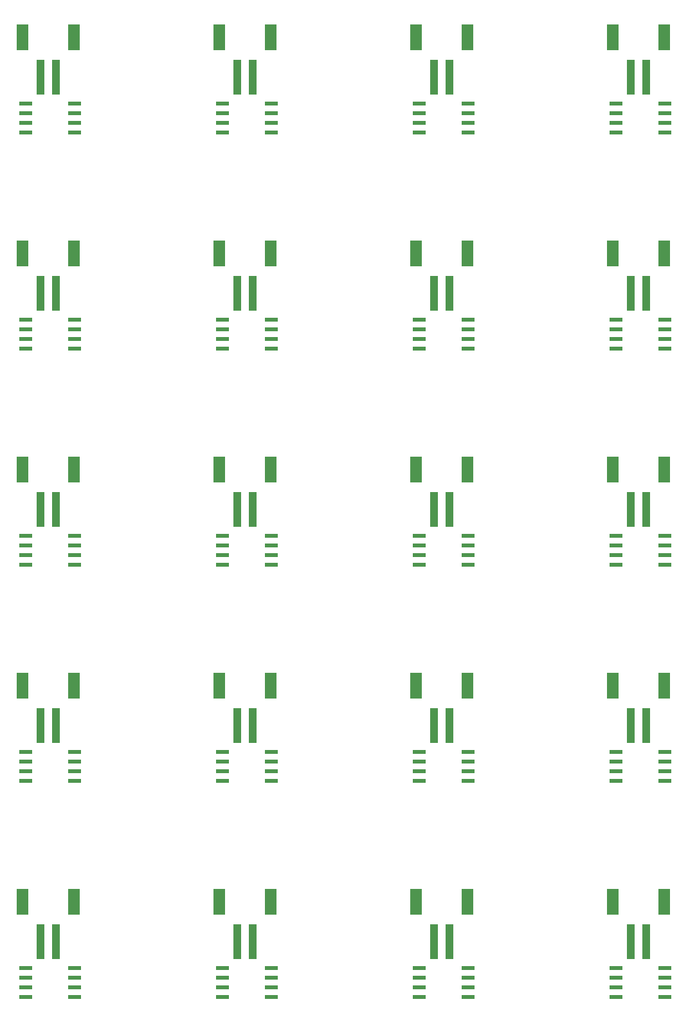
<source format=gbp>
G75*
%MOIN*%
%OFA0B0*%
%FSLAX25Y25*%
%IPPOS*%
%LPD*%
%AMOC8*
5,1,8,0,0,1.08239X$1,22.5*
%
%ADD10R,0.06700X0.02400*%
%ADD11R,0.03937X0.18110*%
%ADD12R,0.06299X0.13386*%
D10*
X0053700Y0078950D03*
X0053700Y0083950D03*
X0053700Y0088950D03*
X0053700Y0093950D03*
X0079300Y0093950D03*
X0079300Y0088950D03*
X0079300Y0083950D03*
X0079300Y0078950D03*
X0155700Y0078950D03*
X0155700Y0083950D03*
X0155700Y0088950D03*
X0155700Y0093950D03*
X0181300Y0093950D03*
X0181300Y0088950D03*
X0181300Y0083950D03*
X0181300Y0078950D03*
X0257700Y0078950D03*
X0257700Y0083950D03*
X0257700Y0088950D03*
X0257700Y0093950D03*
X0283300Y0093950D03*
X0283300Y0088950D03*
X0283300Y0083950D03*
X0283300Y0078950D03*
X0359700Y0078950D03*
X0359700Y0083950D03*
X0359700Y0088950D03*
X0359700Y0093950D03*
X0385300Y0093950D03*
X0385300Y0088950D03*
X0385300Y0083950D03*
X0385300Y0078950D03*
X0385300Y0190950D03*
X0385300Y0195950D03*
X0385300Y0200950D03*
X0385300Y0205950D03*
X0359700Y0205950D03*
X0359700Y0200950D03*
X0359700Y0195950D03*
X0359700Y0190950D03*
X0283300Y0190950D03*
X0283300Y0195950D03*
X0283300Y0200950D03*
X0283300Y0205950D03*
X0257700Y0205950D03*
X0257700Y0200950D03*
X0257700Y0195950D03*
X0257700Y0190950D03*
X0181300Y0190950D03*
X0181300Y0195950D03*
X0181300Y0200950D03*
X0181300Y0205950D03*
X0155700Y0205950D03*
X0155700Y0200950D03*
X0155700Y0195950D03*
X0155700Y0190950D03*
X0079300Y0190950D03*
X0079300Y0195950D03*
X0079300Y0200950D03*
X0079300Y0205950D03*
X0053700Y0205950D03*
X0053700Y0200950D03*
X0053700Y0195950D03*
X0053700Y0190950D03*
X0053700Y0302950D03*
X0053700Y0307950D03*
X0053700Y0312950D03*
X0053700Y0317950D03*
X0079300Y0317950D03*
X0079300Y0312950D03*
X0079300Y0307950D03*
X0079300Y0302950D03*
X0155700Y0302950D03*
X0155700Y0307950D03*
X0155700Y0312950D03*
X0155700Y0317950D03*
X0181300Y0317950D03*
X0181300Y0312950D03*
X0181300Y0307950D03*
X0181300Y0302950D03*
X0257700Y0302950D03*
X0257700Y0307950D03*
X0257700Y0312950D03*
X0257700Y0317950D03*
X0283300Y0317950D03*
X0283300Y0312950D03*
X0283300Y0307950D03*
X0283300Y0302950D03*
X0359700Y0302950D03*
X0359700Y0307950D03*
X0359700Y0312950D03*
X0359700Y0317950D03*
X0385300Y0317950D03*
X0385300Y0312950D03*
X0385300Y0307950D03*
X0385300Y0302950D03*
X0385300Y0414950D03*
X0385300Y0419950D03*
X0385300Y0424950D03*
X0385300Y0429950D03*
X0359700Y0429950D03*
X0359700Y0424950D03*
X0359700Y0419950D03*
X0359700Y0414950D03*
X0283300Y0414950D03*
X0283300Y0419950D03*
X0283300Y0424950D03*
X0283300Y0429950D03*
X0257700Y0429950D03*
X0257700Y0424950D03*
X0257700Y0419950D03*
X0257700Y0414950D03*
X0181300Y0414950D03*
X0181300Y0419950D03*
X0181300Y0424950D03*
X0181300Y0429950D03*
X0155700Y0429950D03*
X0155700Y0424950D03*
X0155700Y0419950D03*
X0155700Y0414950D03*
X0079300Y0414950D03*
X0079300Y0419950D03*
X0079300Y0424950D03*
X0079300Y0429950D03*
X0053700Y0429950D03*
X0053700Y0424950D03*
X0053700Y0419950D03*
X0053700Y0414950D03*
X0053700Y0526950D03*
X0053700Y0531950D03*
X0053700Y0536950D03*
X0053700Y0541950D03*
X0079300Y0541950D03*
X0079300Y0536950D03*
X0079300Y0531950D03*
X0079300Y0526950D03*
X0155700Y0526950D03*
X0155700Y0531950D03*
X0155700Y0536950D03*
X0155700Y0541950D03*
X0181300Y0541950D03*
X0181300Y0536950D03*
X0181300Y0531950D03*
X0181300Y0526950D03*
X0257700Y0526950D03*
X0257700Y0531950D03*
X0257700Y0536950D03*
X0257700Y0541950D03*
X0283300Y0541950D03*
X0283300Y0536950D03*
X0283300Y0531950D03*
X0283300Y0526950D03*
X0359700Y0526950D03*
X0359700Y0531950D03*
X0359700Y0536950D03*
X0359700Y0541950D03*
X0385300Y0541950D03*
X0385300Y0536950D03*
X0385300Y0531950D03*
X0385300Y0526950D03*
D11*
X0375437Y0555883D03*
X0367563Y0555883D03*
X0367563Y0443883D03*
X0375437Y0443883D03*
X0375437Y0331883D03*
X0367563Y0331883D03*
X0367563Y0219883D03*
X0375437Y0219883D03*
X0375437Y0107883D03*
X0367563Y0107883D03*
X0273437Y0107883D03*
X0265563Y0107883D03*
X0265563Y0219883D03*
X0273437Y0219883D03*
X0273437Y0331883D03*
X0265563Y0331883D03*
X0265563Y0443883D03*
X0273437Y0443883D03*
X0273437Y0555883D03*
X0265563Y0555883D03*
X0171437Y0555883D03*
X0163563Y0555883D03*
X0163563Y0443883D03*
X0171437Y0443883D03*
X0171437Y0331883D03*
X0163563Y0331883D03*
X0163563Y0219883D03*
X0171437Y0219883D03*
X0171437Y0107883D03*
X0163563Y0107883D03*
X0069437Y0107883D03*
X0061563Y0107883D03*
X0061563Y0219883D03*
X0069437Y0219883D03*
X0069437Y0331883D03*
X0061563Y0331883D03*
X0061563Y0443883D03*
X0069437Y0443883D03*
X0069437Y0555883D03*
X0061563Y0555883D03*
D12*
X0052114Y0576356D03*
X0078886Y0576356D03*
X0154114Y0576356D03*
X0180886Y0576356D03*
X0256114Y0576356D03*
X0282886Y0576356D03*
X0358114Y0576356D03*
X0384886Y0576356D03*
X0384886Y0464356D03*
X0358114Y0464356D03*
X0282886Y0464356D03*
X0256114Y0464356D03*
X0180886Y0464356D03*
X0154114Y0464356D03*
X0078886Y0464356D03*
X0052114Y0464356D03*
X0052114Y0352356D03*
X0078886Y0352356D03*
X0154114Y0352356D03*
X0180886Y0352356D03*
X0256114Y0352356D03*
X0282886Y0352356D03*
X0358114Y0352356D03*
X0384886Y0352356D03*
X0384886Y0240356D03*
X0358114Y0240356D03*
X0282886Y0240356D03*
X0256114Y0240356D03*
X0180886Y0240356D03*
X0154114Y0240356D03*
X0078886Y0240356D03*
X0052114Y0240356D03*
X0052114Y0128356D03*
X0078886Y0128356D03*
X0154114Y0128356D03*
X0180886Y0128356D03*
X0256114Y0128356D03*
X0282886Y0128356D03*
X0358114Y0128356D03*
X0384886Y0128356D03*
M02*

</source>
